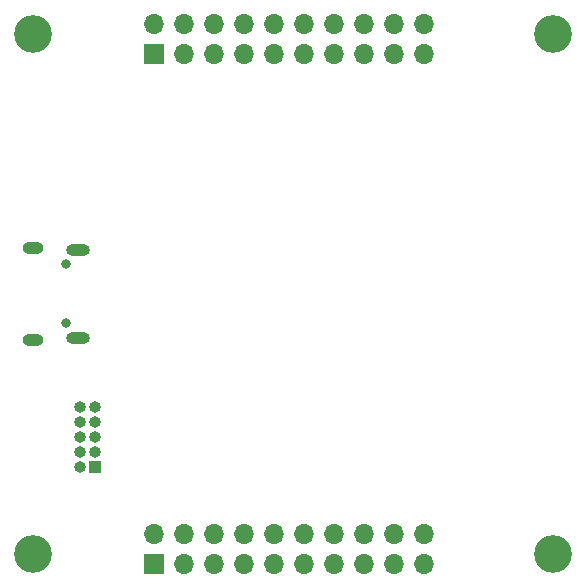
<source format=gbr>
%TF.GenerationSoftware,KiCad,Pcbnew,(5.1.12-1-10_14)*%
%TF.CreationDate,2022-01-30T11:33:22+08:00*%
%TF.ProjectId,nrf51822_devboard,6e726635-3138-4323-925f-646576626f61,rev?*%
%TF.SameCoordinates,Original*%
%TF.FileFunction,Soldermask,Bot*%
%TF.FilePolarity,Negative*%
%FSLAX46Y46*%
G04 Gerber Fmt 4.6, Leading zero omitted, Abs format (unit mm)*
G04 Created by KiCad (PCBNEW (5.1.12-1-10_14)) date 2022-01-30 11:33:22*
%MOMM*%
%LPD*%
G01*
G04 APERTURE LIST*
%ADD10C,3.200000*%
%ADD11O,1.700000X1.700000*%
%ADD12R,1.700000X1.700000*%
%ADD13C,0.800000*%
%ADD14O,1.800000X1.000000*%
%ADD15O,2.000000X1.000000*%
%ADD16O,1.000000X1.000000*%
%ADD17R,1.000000X1.000000*%
G04 APERTURE END LIST*
D10*
%TO.C,H3*%
X147000000Y-53000000D03*
%TD*%
%TO.C,H4*%
X147000000Y-97000000D03*
%TD*%
%TO.C,H2*%
X103000000Y-97000000D03*
%TD*%
%TO.C,H1*%
X103000000Y-53000000D03*
%TD*%
D11*
%TO.C,J3*%
X136150000Y-52140000D03*
X136150000Y-54680000D03*
X133610000Y-52140000D03*
X133610000Y-54680000D03*
X131070000Y-52140000D03*
X131070000Y-54680000D03*
X128530000Y-52140000D03*
X128530000Y-54680000D03*
X125990000Y-52140000D03*
X125990000Y-54680000D03*
X123450000Y-52140000D03*
X123450000Y-54680000D03*
X120910000Y-52140000D03*
X120910000Y-54680000D03*
X118370000Y-52140000D03*
X118370000Y-54680000D03*
X115830000Y-52140000D03*
X115830000Y-54680000D03*
X113290000Y-52140000D03*
D12*
X113290000Y-54680000D03*
%TD*%
D11*
%TO.C,J2*%
X136150000Y-95320000D03*
X136150000Y-97860000D03*
X133610000Y-95320000D03*
X133610000Y-97860000D03*
X131070000Y-95320000D03*
X131070000Y-97860000D03*
X128530000Y-95320000D03*
X128530000Y-97860000D03*
X125990000Y-95320000D03*
X125990000Y-97860000D03*
X123450000Y-95320000D03*
X123450000Y-97860000D03*
X120910000Y-95320000D03*
X120910000Y-97860000D03*
X118370000Y-95320000D03*
X118370000Y-97860000D03*
X115830000Y-95320000D03*
X115830000Y-97860000D03*
X113290000Y-95320000D03*
D12*
X113290000Y-97860000D03*
%TD*%
D13*
%TO.C,J1*%
X105800000Y-77500000D03*
X105800000Y-72500000D03*
D14*
X103050000Y-78875000D03*
X103050000Y-71125000D03*
D15*
X106850000Y-78725000D03*
X106850000Y-71275000D03*
%TD*%
D16*
%TO.C,CON1*%
X108275000Y-84550000D03*
X107005000Y-84550000D03*
X108275000Y-85820000D03*
X107005000Y-85820000D03*
X108275000Y-87090000D03*
X107005000Y-87090000D03*
X108275000Y-88360000D03*
X107005000Y-88360000D03*
X107005000Y-89630000D03*
D17*
X108275000Y-89630000D03*
%TD*%
M02*

</source>
